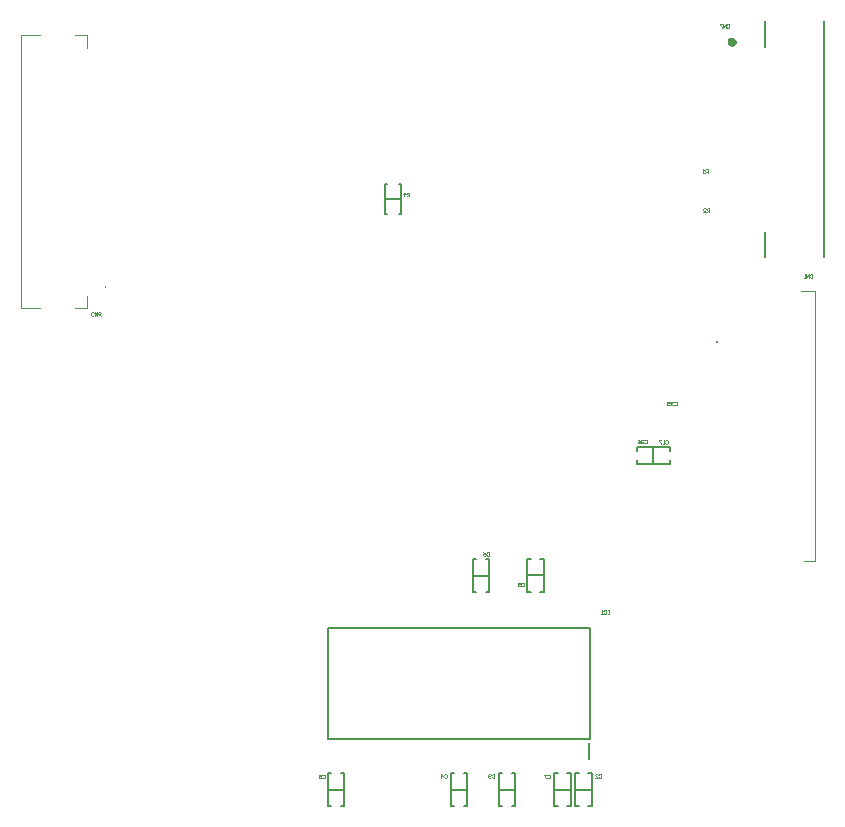
<source format=gbo>
G04*
G04 #@! TF.GenerationSoftware,Altium Limited,Altium Designer,23.3.1 (30)*
G04*
G04 Layer_Color=32896*
%FSLAX44Y44*%
%MOMM*%
G71*
G04*
G04 #@! TF.SameCoordinates,1E3CE245-77AB-4D3B-BECC-05931035AD6D*
G04*
G04*
G04 #@! TF.FilePolarity,Positive*
G04*
G01*
G75*
%ADD11C,0.1500*%
%ADD12C,0.1000*%
%ADD13C,0.2000*%
%ADD14C,0.0508*%
%ADD76C,0.4000*%
D11*
X319390Y523240D02*
X333390D01*
X331470Y510540D02*
X333390D01*
Y535940D01*
X331470D02*
X333390D01*
X319390D02*
X321310D01*
X319390Y510540D02*
Y535940D01*
Y510540D02*
X321310D01*
X560970Y299070D02*
Y302070D01*
X532970Y299070D02*
X560970D01*
X532970D02*
Y302070D01*
Y310070D02*
Y313070D01*
X560970D01*
Y310070D02*
Y313070D01*
X546970Y299070D02*
Y313070D01*
X440040Y204470D02*
X454040D01*
X440040Y218470D02*
X443040D01*
X440040Y190470D02*
Y218470D01*
Y190470D02*
X443040D01*
X451040D02*
X454040D01*
Y218470D01*
X451040D02*
X454040D01*
X404812Y218362D02*
X407812D01*
Y190362D02*
Y218362D01*
X404812Y190362D02*
X407812D01*
X393812D02*
X396812D01*
X393812D02*
Y218362D01*
X396812D01*
X393812Y204362D02*
X407812D01*
X480680Y8860D02*
X483680D01*
X480680D02*
Y36860D01*
X483680D01*
X491680D02*
X494680D01*
Y8860D02*
Y36860D01*
X491680Y8860D02*
X494680D01*
X480680Y22860D02*
X494680D01*
X462900Y8860D02*
X465900D01*
X462900D02*
Y36860D01*
X465900D01*
X473900D02*
X476900D01*
Y8860D02*
Y36860D01*
X473900Y8860D02*
X476900D01*
X462900Y22860D02*
X476900D01*
X415910Y8860D02*
X418910D01*
X415910D02*
Y36860D01*
X418910D01*
X426910D02*
X429910D01*
Y8860D02*
Y36860D01*
X426910Y8860D02*
X429910D01*
X415910Y22860D02*
X429910D01*
X375270Y8860D02*
X378270D01*
X375270D02*
Y36860D01*
X378270D01*
X386270D02*
X389270D01*
Y8860D02*
Y36860D01*
X386270Y8860D02*
X389270D01*
X375270Y22860D02*
X389270D01*
X271130Y8860D02*
X274130D01*
X271130D02*
Y36860D01*
X274130D01*
X282130D02*
X285130D01*
Y8860D02*
Y36860D01*
X282130Y8860D02*
X285130D01*
X271130Y22860D02*
X285130D01*
D12*
X82240Y448354D02*
Y449354D01*
Y448354D01*
X672260Y445590D02*
X683760D01*
X672260D02*
X683760D01*
Y216390D02*
Y445590D01*
Y216390D02*
Y445590D01*
X674760Y216390D02*
X683760D01*
X674760D02*
X683760D01*
X67240Y431354D02*
Y441354D01*
Y430854D02*
Y431354D01*
X57240Y430854D02*
X67240D01*
X11240D02*
X27240D01*
X11240D02*
Y661854D01*
X27240D01*
X67240Y651354D02*
Y661854D01*
X57240D02*
X67240D01*
D13*
X600760Y401990D02*
Y402990D01*
Y401990D01*
Y402990D01*
X493370Y65730D02*
Y160330D01*
X271170D02*
X493370D01*
X271170Y65730D02*
Y160330D01*
Y65730D02*
X493370D01*
X492770Y49280D02*
Y62230D01*
X641140Y474200D02*
Y495120D01*
X691140Y474200D02*
Y674200D01*
X641140Y652020D02*
Y674200D01*
D14*
X340359Y525527D02*
Y528573D01*
X338836D01*
X338328Y528066D01*
Y527050D01*
X338836Y526542D01*
X340359D01*
X339343D02*
X338328Y525527D01*
X335789D02*
Y528573D01*
X337312Y527050D01*
X335281D01*
X592835Y545339D02*
Y548386D01*
X591312D01*
X590804Y547878D01*
Y546862D01*
X591312Y546354D01*
X592835D01*
X591820D02*
X590804Y545339D01*
X589788D02*
X588773D01*
X589281D01*
Y548386D01*
X589788Y547878D01*
X594359Y512065D02*
Y515112D01*
X592836D01*
X592328Y514604D01*
Y513588D01*
X592836Y513080D01*
X594359D01*
X593344D02*
X592328Y512065D01*
X589281D02*
X591312D01*
X589281Y514096D01*
Y514604D01*
X589789Y515112D01*
X590804D01*
X591312Y514604D01*
X679449Y458724D02*
X679957Y459231D01*
X680973D01*
X681481Y458724D01*
Y456692D01*
X680973Y456185D01*
X679957D01*
X679449Y456692D01*
X678434Y456185D02*
Y459231D01*
X676403Y456185D01*
Y459231D01*
X675387Y456185D02*
X674371D01*
X674879D01*
Y459231D01*
X675387Y458724D01*
X539749Y318770D02*
X540257Y319277D01*
X541273D01*
X541781Y318770D01*
Y316738D01*
X541273Y316231D01*
X540257D01*
X539749Y316738D01*
X538734Y318770D02*
X538226Y319277D01*
X537210D01*
X536702Y318770D01*
Y318262D01*
X537210Y317754D01*
X537718D01*
X537210D01*
X536702Y317246D01*
Y316738D01*
X537210Y316231D01*
X538226D01*
X538734Y316738D01*
X533655Y319277D02*
X534671Y318770D01*
X535687Y317754D01*
Y316738D01*
X535179Y316231D01*
X534163D01*
X533655Y316738D01*
Y317246D01*
X534163Y317754D01*
X535687D01*
X564641Y351028D02*
X565149Y351535D01*
X566165D01*
X566673Y351028D01*
Y348996D01*
X566165Y348489D01*
X565149D01*
X564641Y348996D01*
X563626Y351028D02*
X563118Y351535D01*
X562102D01*
X561594Y351028D01*
Y350520D01*
X562102Y350012D01*
X562610D01*
X562102D01*
X561594Y349504D01*
Y348996D01*
X562102Y348489D01*
X563118D01*
X563626Y348996D01*
X558547Y351535D02*
X560579D01*
Y350012D01*
X559563Y350520D01*
X559055D01*
X558547Y350012D01*
Y348996D01*
X559055Y348489D01*
X560071D01*
X560579Y348996D01*
X557021Y318262D02*
X557529Y318769D01*
X558545D01*
X559053Y318262D01*
Y316230D01*
X558545Y315723D01*
X557529D01*
X557021Y316230D01*
X556006Y315723D02*
X554990D01*
X555498D01*
Y318769D01*
X556006Y318262D01*
X553467Y318769D02*
X551435D01*
Y318262D01*
X553467Y316230D01*
Y315723D01*
X435610Y197866D02*
X436118Y198374D01*
X437133D01*
X437641Y197866D01*
Y195834D01*
X437133Y195326D01*
X436118D01*
X435610Y195834D01*
X434594Y197866D02*
X434086Y198374D01*
X433071D01*
X432563Y197866D01*
Y197358D01*
X433071Y196850D01*
X432563Y196342D01*
Y195834D01*
X433071Y195326D01*
X434086D01*
X434594Y195834D01*
Y196342D01*
X434086Y196850D01*
X434594Y197358D01*
Y197866D01*
X434086Y196850D02*
X433071D01*
X405892Y223774D02*
X406400Y224282D01*
X407415D01*
X407923Y223774D01*
Y221742D01*
X407415Y221234D01*
X406400D01*
X405892Y221742D01*
X402845Y224282D02*
X403861Y223774D01*
X404876Y222758D01*
Y221742D01*
X404368Y221234D01*
X403353D01*
X402845Y221742D01*
Y222250D01*
X403353Y222758D01*
X404876D01*
X509523Y175005D02*
X508507D01*
X509015D01*
Y171959D01*
X509523D01*
X508507D01*
X504952Y174498D02*
X505460Y175005D01*
X506476D01*
X506984Y174498D01*
Y172466D01*
X506476Y171959D01*
X505460D01*
X504952Y172466D01*
X503937Y171959D02*
X502921D01*
X503429D01*
Y175005D01*
X503937Y174498D01*
X500634Y35814D02*
X501142Y36321D01*
X502157D01*
X502665Y35814D01*
Y33782D01*
X502157Y33275D01*
X501142D01*
X500634Y33782D01*
X497587Y33275D02*
X499618D01*
X497587Y35306D01*
Y35814D01*
X498095Y36321D01*
X499110D01*
X499618Y35814D01*
X456946Y35306D02*
X457454Y35814D01*
X458469D01*
X458977Y35306D01*
Y33274D01*
X458469Y32766D01*
X457454D01*
X456946Y33274D01*
X455930Y35814D02*
X453899D01*
Y35306D01*
X455930Y33274D01*
Y32766D01*
X410210Y35814D02*
X410718Y36321D01*
X411733D01*
X412241Y35814D01*
Y33782D01*
X411733Y33275D01*
X410718D01*
X410210Y33782D01*
X409194Y35814D02*
X408686Y36321D01*
X407671D01*
X407163Y35814D01*
Y35306D01*
X407671Y34798D01*
X408178D01*
X407671D01*
X407163Y34290D01*
Y33782D01*
X407671Y33275D01*
X408686D01*
X409194Y33782D01*
X369824Y35560D02*
X370332Y36068D01*
X371347D01*
X371855Y35560D01*
Y33528D01*
X371347Y33021D01*
X370332D01*
X369824Y33528D01*
X367285Y33021D02*
Y36068D01*
X368808Y34544D01*
X366777D01*
X266700Y35052D02*
X267208Y35559D01*
X268223D01*
X268731Y35052D01*
Y33020D01*
X268223Y32513D01*
X267208D01*
X266700Y33020D01*
X263653Y35559D02*
X265684D01*
Y34036D01*
X264669Y34544D01*
X264161D01*
X263653Y34036D01*
Y33020D01*
X264161Y32513D01*
X265176D01*
X265684Y33020D01*
X609091Y670560D02*
X609599Y671068D01*
X610615D01*
X611123Y670560D01*
Y668528D01*
X610615Y668020D01*
X609599D01*
X609091Y668528D01*
X608076Y668020D02*
Y671068D01*
X606044Y668020D01*
Y671068D01*
X605029D02*
X602997D01*
Y670560D01*
X605029Y668528D01*
Y668020D01*
X72899Y424942D02*
X72391Y424435D01*
X71375D01*
X70867Y424942D01*
Y426974D01*
X71375Y427481D01*
X72391D01*
X72899Y426974D01*
X73914Y427481D02*
Y424435D01*
X75946Y427481D01*
Y424435D01*
X78993D02*
X77977Y424942D01*
X76961Y425958D01*
Y426974D01*
X77469Y427481D01*
X78485D01*
X78993Y426974D01*
Y426466D01*
X78485Y425958D01*
X76961D01*
D76*
X615276Y656150D02*
X613856Y658106D01*
X611556Y657359D01*
Y654941D01*
X613856Y654194D01*
X615276Y656150D01*
M02*

</source>
